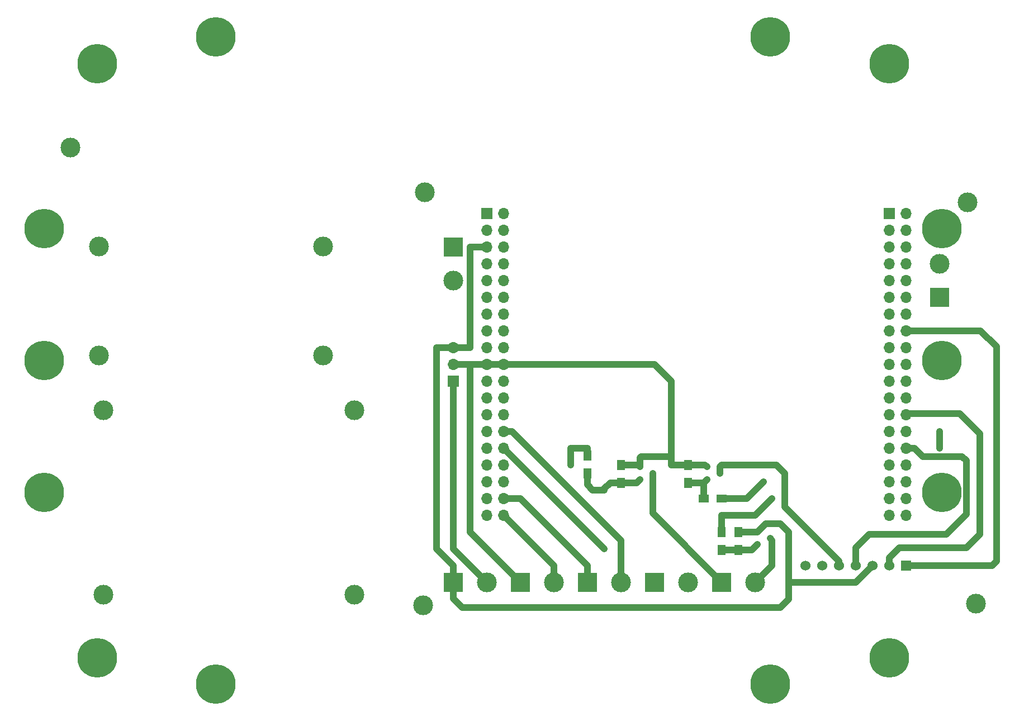
<source format=gbl>
G04 #@! TF.GenerationSoftware,KiCad,Pcbnew,5.1.5*
G04 #@! TF.CreationDate,2020-04-17T16:14:37+02:00*
G04 #@! TF.ProjectId,eco_nucleo64_interconnect,65636f5f-6e75-4636-9c65-6f36345f696e,rev?*
G04 #@! TF.SameCoordinates,Original*
G04 #@! TF.FileFunction,Copper,L2,Bot*
G04 #@! TF.FilePolarity,Positive*
%FSLAX46Y46*%
G04 Gerber Fmt 4.6, Leading zero omitted, Abs format (unit mm)*
G04 Created by KiCad (PCBNEW 5.1.5) date 2020-04-17 16:14:37*
%MOMM*%
%LPD*%
G04 APERTURE LIST*
%ADD10C,3.000000*%
%ADD11R,3.000000X3.000000*%
%ADD12R,1.300000X1.500000*%
%ADD13R,0.900000X0.800000*%
%ADD14R,1.700000X1.700000*%
%ADD15O,1.700000X1.700000*%
%ADD16R,1.524000X1.524000*%
%ADD17C,1.524000*%
%ADD18R,1.500000X1.300000*%
%ADD19C,6.000000*%
%ADD20C,0.800000*%
%ADD21C,1.016000*%
G04 APERTURE END LIST*
D10*
X139134000Y-133751000D03*
D11*
X134054000Y-133751000D03*
X144214000Y-133751000D03*
D10*
X149294000Y-133751000D03*
D12*
X123894000Y-114541000D03*
X123894000Y-117241000D03*
X144214000Y-126131000D03*
X144214000Y-128831000D03*
X146754000Y-128831000D03*
X146754000Y-126131000D03*
X128974000Y-118671000D03*
X128974000Y-115971000D03*
D13*
X133784000Y-117241000D03*
X131784000Y-116291000D03*
X131784000Y-118191000D03*
X149564000Y-128031000D03*
X149564000Y-126131000D03*
X151564000Y-127081000D03*
D14*
X103574000Y-103271000D03*
D15*
X103574000Y-100731000D03*
X103574000Y-98191000D03*
D16*
X172154000Y-131211000D03*
D17*
X169614000Y-131211000D03*
X167074000Y-131211000D03*
X164534000Y-131211000D03*
X161994000Y-131211000D03*
X159454000Y-131211000D03*
X156914000Y-131211000D03*
D10*
X108654000Y-133751000D03*
D11*
X103574000Y-133751000D03*
D10*
X128974000Y-133751000D03*
D11*
X123894000Y-133751000D03*
X113734000Y-133751000D03*
D10*
X118814000Y-133751000D03*
D13*
X141944000Y-118191000D03*
X141944000Y-116291000D03*
X143944000Y-117241000D03*
D15*
X172154000Y-123591000D03*
X169614000Y-123591000D03*
X172154000Y-121051000D03*
X169614000Y-121051000D03*
X172154000Y-118511000D03*
X169614000Y-118511000D03*
X172154000Y-115971000D03*
X169614000Y-115971000D03*
X172154000Y-113431000D03*
X169614000Y-113431000D03*
X172154000Y-110891000D03*
X169614000Y-110891000D03*
X172154000Y-108351000D03*
X169614000Y-108351000D03*
X172154000Y-105811000D03*
X169614000Y-105811000D03*
X172154000Y-103271000D03*
X169614000Y-103271000D03*
X172154000Y-100731000D03*
X169614000Y-100731000D03*
X172154000Y-98191000D03*
X169614000Y-98191000D03*
X172154000Y-95651000D03*
X169614000Y-95651000D03*
X172154000Y-93111000D03*
X169614000Y-93111000D03*
X172154000Y-90571000D03*
X169614000Y-90571000D03*
X172154000Y-88031000D03*
X169614000Y-88031000D03*
X172154000Y-85491000D03*
X169614000Y-85491000D03*
X172154000Y-82951000D03*
X169614000Y-82951000D03*
X172154000Y-80411000D03*
X169614000Y-80411000D03*
X172154000Y-77871000D03*
D14*
X169614000Y-77871000D03*
X108654000Y-77871000D03*
D15*
X111194000Y-77871000D03*
X108654000Y-80411000D03*
X111194000Y-80411000D03*
X108654000Y-82951000D03*
X111194000Y-82951000D03*
X108654000Y-85491000D03*
X111194000Y-85491000D03*
X108654000Y-88031000D03*
X111194000Y-88031000D03*
X108654000Y-90571000D03*
X111194000Y-90571000D03*
X108654000Y-93111000D03*
X111194000Y-93111000D03*
X108654000Y-95651000D03*
X111194000Y-95651000D03*
X108654000Y-98191000D03*
X111194000Y-98191000D03*
X108654000Y-100731000D03*
X111194000Y-100731000D03*
X108654000Y-103271000D03*
X111194000Y-103271000D03*
X108654000Y-105811000D03*
X111194000Y-105811000D03*
X108654000Y-108351000D03*
X111194000Y-108351000D03*
X108654000Y-110891000D03*
X111194000Y-110891000D03*
X108654000Y-113431000D03*
X111194000Y-113431000D03*
X108654000Y-115971000D03*
X111194000Y-115971000D03*
X108654000Y-118511000D03*
X111194000Y-118511000D03*
X108654000Y-121051000D03*
X111194000Y-121051000D03*
X108654000Y-123591000D03*
X111194000Y-123591000D03*
D12*
X139134000Y-115971000D03*
X139134000Y-118671000D03*
D18*
X141514000Y-121051000D03*
X144214000Y-121051000D03*
D11*
X103574000Y-82951000D03*
D10*
X103574000Y-88031000D03*
D11*
X177234000Y-90571000D03*
D10*
X177234000Y-85491000D03*
X182729000Y-136971000D03*
X98979000Y-137221000D03*
X181479000Y-76221000D03*
X99229000Y-74721000D03*
X45575000Y-67930000D03*
X83825000Y-99430000D03*
X83825000Y-82930000D03*
X49825000Y-82930000D03*
X49825000Y-99430000D03*
X88575000Y-135680000D03*
X88575000Y-107680000D03*
X50575000Y-107680000D03*
X50575000Y-135680000D03*
D19*
X177575000Y-100180000D03*
X41575000Y-100180000D03*
X177575000Y-120180000D03*
X41575000Y-120180000D03*
X177575000Y-80180000D03*
X41575000Y-80180000D03*
X169575000Y-145180000D03*
X49575000Y-145180000D03*
X169575000Y-55180000D03*
X49575000Y-55180000D03*
X151575000Y-149180000D03*
X67575000Y-149180000D03*
X151575000Y-51180000D03*
X67575000Y-51180000D03*
D20*
X150564000Y-118511000D03*
X151834000Y-121051000D03*
X121354000Y-115971000D03*
X126434000Y-128671006D03*
X177234000Y-110891000D03*
X177234000Y-113431000D03*
D21*
X141464000Y-118671000D02*
X141514000Y-118721000D01*
X141514000Y-118721000D02*
X141514000Y-121051000D01*
X139134000Y-118671000D02*
X141464000Y-118671000D01*
X141464000Y-118671000D02*
X141944000Y-118191000D01*
X134054000Y-100731000D02*
X136594000Y-103271000D01*
X111194000Y-100731000D02*
X134054000Y-100731000D01*
X136594000Y-103271000D02*
X136594000Y-114701000D01*
X111194000Y-100731000D02*
X112464000Y-100731000D01*
X131958000Y-114701000D02*
X136594000Y-114701000D01*
X131784000Y-116291000D02*
X131784000Y-114875000D01*
X131784000Y-114875000D02*
X131958000Y-114701000D01*
X128974000Y-115971000D02*
X131464000Y-115971000D01*
X131464000Y-115971000D02*
X131784000Y-116291000D01*
X136594000Y-114701000D02*
X136594000Y-115971000D01*
X139134000Y-115971000D02*
X136594000Y-115971000D01*
X106114000Y-126131000D02*
X113734000Y-133751000D01*
X106114000Y-100731000D02*
X106114000Y-126131000D01*
X103574000Y-100731000D02*
X106114000Y-100731000D01*
X106114000Y-100731000D02*
X108654000Y-100731000D01*
X108654000Y-100731000D02*
X111194000Y-100731000D01*
X139134000Y-115971000D02*
X141624000Y-115971000D01*
X141624000Y-115971000D02*
X141944000Y-116291000D01*
X106114000Y-98191000D02*
X106114000Y-82951000D01*
X103574000Y-98191000D02*
X106114000Y-98191000D01*
X106114000Y-82951000D02*
X108654000Y-82951000D01*
X154374000Y-133751000D02*
X164534000Y-133751000D01*
X164534000Y-133751000D02*
X167074000Y-131211000D01*
X154374000Y-126131000D02*
X154374000Y-133751000D01*
X154374000Y-133751000D02*
X154374000Y-136291000D01*
X146754000Y-126131000D02*
X149614000Y-126131000D01*
X149614000Y-126131000D02*
X150884000Y-124861000D01*
X153104000Y-124861000D02*
X154374000Y-126131000D01*
X149564000Y-126131000D02*
X149614000Y-126131000D01*
X150884000Y-124861000D02*
X153104000Y-124861000D01*
X154374000Y-136291000D02*
X153104000Y-137561000D01*
X153104000Y-137561000D02*
X104868000Y-137561000D01*
X104868000Y-137561000D02*
X103574000Y-136267000D01*
X103574000Y-136267000D02*
X103574000Y-133751000D01*
X103574000Y-131235000D02*
X101034000Y-128695000D01*
X103574000Y-133751000D02*
X103574000Y-131235000D01*
X101034000Y-128695000D02*
X101034000Y-98191000D01*
X101034000Y-98191000D02*
X103574000Y-98191000D01*
X113734000Y-121051000D02*
X123894000Y-131211000D01*
X123894000Y-131211000D02*
X123894000Y-133751000D01*
X111194000Y-121051000D02*
X113734000Y-121051000D01*
X118814000Y-131211000D02*
X118814000Y-133751000D01*
X111194000Y-123591000D02*
X118814000Y-131211000D01*
X103574000Y-128671000D02*
X108654000Y-133751000D01*
X103574000Y-103271000D02*
X103574000Y-128671000D01*
X153739000Y-117241000D02*
X153739000Y-122321000D01*
X152469000Y-115971000D02*
X153739000Y-117241000D01*
X153739000Y-122321000D02*
X161994000Y-130576000D01*
X144214000Y-115971000D02*
X152469000Y-115971000D01*
X143944000Y-117241000D02*
X143944000Y-116241000D01*
X143944000Y-116241000D02*
X144214000Y-115971000D01*
X161994000Y-130576000D02*
X161994000Y-131211000D01*
X112464000Y-110891000D02*
X128974000Y-127401000D01*
X111194000Y-110891000D02*
X112464000Y-110891000D01*
X128974000Y-127401000D02*
X128974000Y-133751000D01*
X146754000Y-128831000D02*
X148764000Y-128831000D01*
X148764000Y-128831000D02*
X149564000Y-128031000D01*
X144214000Y-128831000D02*
X146754000Y-128831000D01*
X151564000Y-127131000D02*
X151834000Y-127401000D01*
X151564000Y-127081000D02*
X151564000Y-127131000D01*
X151834000Y-127401000D02*
X151834000Y-131211000D01*
X151834000Y-131211000D02*
X149294000Y-133751000D01*
X133784000Y-117241000D02*
X133784000Y-123321000D01*
X133784000Y-123321000D02*
X144214000Y-133751000D01*
X126434000Y-119781000D02*
X126434000Y-119545000D01*
X126434000Y-119545000D02*
X127308000Y-118671000D01*
X127308000Y-118671000D02*
X128974000Y-118671000D01*
X124668000Y-119781000D02*
X126434000Y-119781000D01*
X123894000Y-117241000D02*
X123894000Y-119007000D01*
X123894000Y-119007000D02*
X124668000Y-119781000D01*
X128974000Y-118671000D02*
X131304000Y-118671000D01*
X131304000Y-118671000D02*
X131784000Y-118191000D01*
X150564000Y-118511000D02*
X148024000Y-121051000D01*
X148024000Y-121051000D02*
X144214000Y-121051000D01*
X149294000Y-123591000D02*
X151834000Y-121051000D01*
X144214000Y-123591000D02*
X149294000Y-123591000D01*
X144214000Y-126131000D02*
X144214000Y-123591000D01*
X181283001Y-123448999D02*
X181283001Y-115353001D01*
X178219000Y-126513000D02*
X181283001Y-123448999D01*
X166535000Y-126513000D02*
X178219000Y-126513000D01*
X164503000Y-128545000D02*
X166535000Y-126513000D01*
X164534000Y-131211000D02*
X164503000Y-131180000D01*
X164503000Y-131180000D02*
X164503000Y-128545000D01*
X181283001Y-115353001D02*
X180631000Y-114701000D01*
X180631000Y-114701000D02*
X174626081Y-114701000D01*
X174626081Y-114701000D02*
X173356081Y-113431000D01*
X173356081Y-113431000D02*
X172154000Y-113431000D01*
X183299000Y-111273000D02*
X180251000Y-108225000D01*
X171107000Y-128545000D02*
X181267000Y-128545000D01*
X169614000Y-130038000D02*
X171107000Y-128545000D01*
X183299000Y-126513000D02*
X183299000Y-111273000D01*
X169614000Y-131211000D02*
X169614000Y-130038000D01*
X181267000Y-128545000D02*
X183299000Y-126513000D01*
X180251000Y-108225000D02*
X172280000Y-108225000D01*
X172280000Y-108225000D02*
X172154000Y-108351000D01*
X185205000Y-131211000D02*
X185839000Y-130577000D01*
X172154000Y-131211000D02*
X185205000Y-131211000D01*
X183425000Y-95651000D02*
X173356081Y-95651000D01*
X185839000Y-130577000D02*
X185839000Y-98065000D01*
X173356081Y-95651000D02*
X172154000Y-95651000D01*
X185839000Y-98065000D02*
X183425000Y-95651000D01*
X123894000Y-113431000D02*
X123894000Y-114541000D01*
X121354000Y-113431000D02*
X123894000Y-113431000D01*
X121354000Y-115971000D02*
X121354000Y-113431000D01*
X126434000Y-128671000D02*
X126434000Y-128671006D01*
X111194000Y-113431000D02*
X126434000Y-128671000D01*
X177234000Y-113431000D02*
X177234000Y-110891000D01*
M02*

</source>
